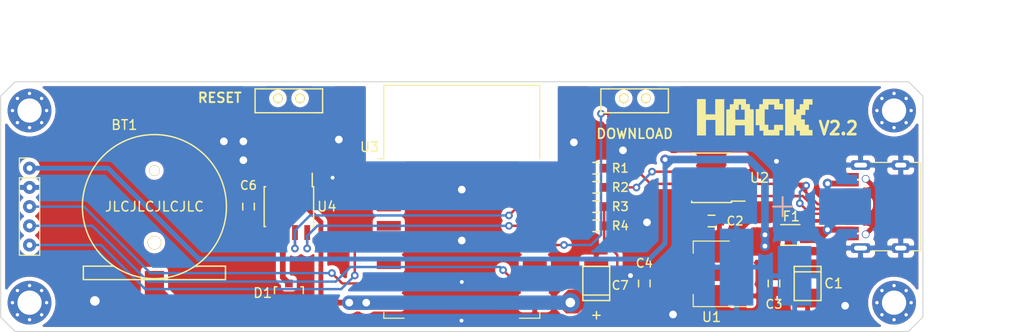
<source format=kicad_pcb>
(kicad_pcb (version 20171130) (host pcbnew "(5.1.6)-1")
  (layers (0 F.Cu signal) (31 B.Cu signal) (34 B.Paste user) (35 F.Paste user) (36 B.SilkS user) (37 F.SilkS user) (38 B.Mask user) (39 F.Mask user) (44 Edge.Cuts user))
  (net 0 "")
  (net 1 GND)
  (net 2 +3V3)
  (net 3 +5V)
  (net 4 "Net-(R1-Pad1)")
  (net 5 "Net-(R2-Pad1)")
  (net 6 /USB_D-)
  (net 7 /USB_D+)
  (net 8 "Net-(P3-PadA5)")
  (net 9 "Net-(P3-PadB5)")
  (net 10 "Net-(C2-Pad2)")
  (net 11 "Net-(U2-Pad4)")
  (net 12 "Net-(BT1-Pad1)")
  (net 13 "Net-(C6-Pad2)")
  (net 14 /DIN)
  (net 15 /CS)
  (net 16 /CLK)
  (net 17 /RXD)
  (net 18 /TXD)
  (net 19 /SDA)
  (net 20 /SCL)
  (net 21 "Net-(U3-Pad2)")
  (net 22 "Net-(U3-Pad4)")
  (net 23 "Net-(U3-Pad6)")
  (net 24 "Net-(U3-Pad17)")
  (net 25 "Net-(U4-Pad1)")
  (net 26 "Net-(U4-Pad3)")
  (net 27 "Net-(U4-Pad4)")
  (net 28 "Net-(SW2-Pad2)")
  (net 29 "Net-(SW1-Pad2)")
  (net 30 "Net-(U3-Pad3)")
  (net 31 "Net-(F1-Pad1)")
  (module NewLibCool:BarrelJack_DCDC-SMT (layer B.Cu) (at 113.4 100 180)
    (fp_text reference J2 hide)
    (fp_text value Jack-DC)
    (pad 1 smd rect (at -6.5 0 180) (size 5.4 3.8) (layers B.Cu B.Paste B.Mask) (net 31 "Net-(F1-Pad1)"))
    (pad 2 smd rect (at -1.25 -7.2 180) (size 3.5 6.2) (layers B.Cu B.Paste B.Mask) (net 1 GND))
    (pad 2 smd rect (at 4.8 -6.3 180) (size 3.5 8) (layers B.Cu B.Paste B.Mask) (net 1 GND))
  )
  (module NewLibCool:TantalC_SizeT_3528 (layer F.Cu) (at 116 108 90)
    (fp_text reference C1 (at 0 2.71) (layer F.SilkS))
    (fp_text value 100uF)
    (pad 2 smd rect (at -1.524 0 90) (size 1.95072 2.49936) (layers F.Cu F.Paste F.Mask) (net 1 GND))
    (pad 1 smd rect (at 1.524 0 90) (size 1.95072 2.49936) (layers F.Cu F.Paste F.Mask) (net 3 +5V))
  )
  (module NewLibCool:USB-Type-C-NEW (layer F.Cu) (at 120.6 100 90)
    (fp_text reference P3 hide)
    (fp_text value USB_C_Plug_USB2.0 hide)
    (pad A6 smd rect (at -0.25 0 90) (size 0.3 1.45) (layers F.Cu F.Paste F.Mask) (net 7 /USB_D+))
    (pad A4 smd rect (at -2.4 0 90) (size 0.6 1.45) (layers F.Cu F.Paste F.Mask) (net 31 "Net-(F1-Pad1)"))
    (pad A5 smd rect (at -1.75 0 90) (size 0.3 1.45) (layers F.Cu F.Paste F.Mask) (net 8 "Net-(P3-PadA5)"))
    (pad B5 smd rect (at 1.25 0 90) (size 0.3 1.45) (layers F.Cu F.Paste F.Mask) (net 9 "Net-(P3-PadB5)"))
    (pad S1 thru_hole roundrect (at -4.32 5.095 90) (size 1 1.8) (drill oval 0.5 1.2) (layers *.Cu *.Mask) (net 1 GND))
    (pad A7 smd rect (at -0.75 0 90) (size 0.3 1.45) (layers F.Cu F.Paste F.Mask) (net 6 /USB_D-))
    (pad S1 thru_hole roundrect (at 4.32 0.915 90) (size 1 2) (drill oval 0.5 1.35) (layers *.Cu *.Mask) (net 1 GND))
    (pad A1 smd rect (at -3.2 0 90) (size 0.6 1.45) (layers F.Cu F.Paste F.Mask) (net 1 GND))
    (pad S1 thru_hole roundrect (at 4.32 5.095 90) (size 1 1.8) (drill oval 0.5 1.2) (layers *.Cu *.Mask) (net 1 GND))
    (pad A4 smd rect (at 2.4 0 90) (size 0.6 1.45) (layers F.Cu F.Paste F.Mask) (net 31 "Net-(F1-Pad1)"))
    (pad A6 smd rect (at 0.75 0 90) (size 0.3 1.45) (layers F.Cu F.Paste F.Mask) (net 7 /USB_D+))
    (pad A5 smd rect (at -1.25 0 90) (size 0.3 1.45) (layers F.Cu F.Paste F.Mask) (net 8 "Net-(P3-PadA5)"))
    (pad S1 thru_hole roundrect (at -4.32 0.915 90) (size 1 2) (drill oval 0.5 1.35) (layers *.Cu *.Mask) (net 1 GND))
    (pad S1 smd rect (at 3.2 0 90) (size 0.6 1.45) (layers F.Cu F.Paste F.Mask) (net 1 GND))
    (pad A7 smd rect (at 0.25 0 90) (size 0.3 1.45) (layers F.Cu F.Paste F.Mask) (net 6 /USB_D-))
    (pad B5 smd rect (at 1.75 0 90) (size 0.3 1.45) (layers F.Cu F.Paste F.Mask) (net 9 "Net-(P3-PadB5)"))
    (pad S1 thru_hole circle (at -2.89 1.445 90) (size 0.8 0.8) (drill oval 0.65) (layers *.Cu *.Mask) (net 1 GND))
    (pad S1 thru_hole circle (at 2.89 1.445 90) (size 0.8 0.8) (drill oval 0.65) (layers *.Cu *.Mask) (net 1 GND))
  )
  (module NewLibCool:F_1206 (layer F.Cu) (at 114.2 102.95 180)
    (fp_text reference F1 (at -0.1016 1.9304 180) (layer F.SilkS))
    (fp_text value FUSE* hide)
    (pad 1 smd rect (at -1.45 0 180) (size 0.9 1.7) (layers F.Cu F.Paste F.Mask) (net 31 "Net-(F1-Pad1)"))
    (pad 2 smd rect (at 1.45 0 180) (size 0.9 1.7) (layers F.Cu F.Paste F.Mask) (net 3 +5V))
  )
  (module RF_Module:ESP-12S (layer F.Cu) (at 80 99.5)
    (fp_text reference U3 (at -9.6 -5.7) (layer F.SilkS))
    (fp_text value ESP-12)
    (pad 22 smd rect (at 7.6 -3.5) (size 2.5 1) (layers F.Cu F.Paste F.Mask) (net 17 /RXD))
    (pad 21 smd rect (at 7.6 -1.5) (size 2.5 1) (layers F.Cu F.Paste F.Mask) (net 18 /TXD))
    (pad 20 smd rect (at 7.6 0.5) (size 2.5 1) (layers F.Cu F.Paste F.Mask) (net 19 /SDA))
    (pad 19 smd rect (at 7.6 2.5) (size 2.5 1) (layers F.Cu F.Paste F.Mask) (net 20 /SCL))
    (pad 18 smd rect (at 7.6 4.5) (size 2.5 1) (layers F.Cu F.Paste F.Mask) (net 28 "Net-(SW2-Pad2)"))
    (pad 17 smd rect (at 7.6 6.5) (size 2.5 1) (layers F.Cu F.Paste F.Mask) (net 24 "Net-(U3-Pad17)"))
    (pad 16 smd rect (at 7.6 8.5) (size 2.5 1) (layers F.Cu F.Paste F.Mask) (net 15 /CS))
    (pad 15 smd rect (at 7.6 10.5) (size 2.5 1) (layers F.Cu F.Paste F.Mask) (net 1 GND))
    (pad 8 smd rect (at -7.6 10.5) (size 2.5 1) (layers F.Cu F.Paste F.Mask) (net 2 +3V3))
    (pad 7 smd rect (at -7.6 8.5) (size 2.5 1) (layers F.Cu F.Paste F.Mask) (net 14 /DIN))
    (pad 6 smd rect (at -7.6 6.5) (size 2.5 1) (layers F.Cu F.Paste F.Mask) (net 23 "Net-(U3-Pad6)"))
    (pad 5 smd rect (at -7.6 4.5) (size 2.5 1) (layers F.Cu F.Paste F.Mask) (net 16 /CLK))
    (pad 4 smd rect (at -7.6 2.5) (size 2.5 1) (layers F.Cu F.Paste F.Mask) (net 22 "Net-(U3-Pad4)"))
    (pad 3 smd rect (at -7.6 0.5) (size 2.5 1) (layers F.Cu F.Paste F.Mask) (net 30 "Net-(U3-Pad3)"))
    (pad 2 smd rect (at -7.6 -1.5) (size 2.5 1) (layers F.Cu F.Paste F.Mask) (net 21 "Net-(U3-Pad2)"))
    (pad 1 smd rect (at -7.6 -3.5) (size 2.5 1) (layers F.Cu F.Paste F.Mask) (net 29 "Net-(SW1-Pad2)"))
  )
  (module NewLibCool:SWITCH_PUSH (layer F.Cu) (at 62 89.5 180)
    (fp_text reference SW1 hide)
    (fp_text value switch hide)
    (pad 0 thru_hole circle (at 1.13731 0.7682 180) (size 1 1) (drill 0.7) (layers *.Cu *.Mask F.Paste F.SilkS))
    (pad 0 thru_hole circle (at -1.16271 0.7682 180) (size 1 1) (drill 0.7) (layers *.Cu *.Mask F.Paste F.SilkS))
    (pad 1 smd rect (at 3.5814 0.8318 180) (size 2 1) (layers F.Cu F.Paste F.Mask) (net 1 GND))
    (pad 1 smd rect (at -3.5814 0.8318 180) (size 2 1) (layers F.Cu F.Paste F.Mask) (net 1 GND))
    (pad 1 smd rect (at 2.11272 -0.8318 180) (size 1.5 1.4) (layers F.Cu F.Paste F.Mask) (net 1 GND))
    (pad 2 smd rect (at -2.11272 -0.8318 180) (size 1.5 1.4) (layers F.Cu F.Paste F.Mask) (net 29 "Net-(SW1-Pad2)"))
  )
  (module NewLibCool:O_2.5mm (layer F.Cu) (at 125 110)
    (fp_text reference REF** hide)
    (fp_text value O_2.5mm)
    (pad 1 thru_hole circle (at 1.26 -1.26) (size 0.6 0.6) (drill 0.35) (layers *.Cu *.Mask))
    (pad 1 thru_hole circle (at 1.78 0) (size 0.6 0.6) (drill 0.35) (layers *.Cu *.Mask))
    (pad 1 thru_hole circle (at 0 0) (size 4.56 4.56) (drill 2.52) (layers *.Cu *.Mask))
    (pad 1 thru_hole circle (at 1.26 1.26) (size 0.6 0.6) (drill 0.35) (layers *.Cu *.Mask))
    (pad 1 thru_hole circle (at 0 1.78) (size 0.6 0.6) (drill 0.35) (layers *.Cu *.Mask))
    (pad 1 thru_hole circle (at -1.78 0) (size 0.6 0.6) (drill 0.35) (layers *.Cu *.Mask))
    (pad 1 thru_hole circle (at -1.26 1.26) (size 0.6 0.6) (drill 0.35) (layers *.Cu *.Mask))
    (pad 1 thru_hole circle (at 0 -1.78) (size 0.6 0.6) (drill 0.35) (layers *.Cu *.Mask))
    (pad 1 thru_hole circle (at -1.26 -1.26) (size 0.6 0.6) (drill 0.35) (layers *.Cu *.Mask))
  )
  (module NewLibCool:O_2.5mm (layer F.Cu) (at 125 90)
    (fp_text reference REF** hide)
    (fp_text value O_2.5mm)
    (pad 1 thru_hole circle (at -1.26 -1.26) (size 0.6 0.6) (drill 0.35) (layers *.Cu *.Mask))
    (pad 1 thru_hole circle (at 0 -1.78) (size 0.6 0.6) (drill 0.35) (layers *.Cu *.Mask))
    (pad 1 thru_hole circle (at -1.26 1.26) (size 0.6 0.6) (drill 0.35) (layers *.Cu *.Mask))
    (pad 1 thru_hole circle (at -1.78 0) (size 0.6 0.6) (drill 0.35) (layers *.Cu *.Mask))
    (pad 1 thru_hole circle (at 0 1.78) (size 0.6 0.6) (drill 0.35) (layers *.Cu *.Mask))
    (pad 1 thru_hole circle (at 1.26 1.26) (size 0.6 0.6) (drill 0.35) (layers *.Cu *.Mask))
    (pad 1 thru_hole circle (at 0 0) (size 4.56 4.56) (drill 2.52) (layers *.Cu *.Mask))
    (pad 1 thru_hole circle (at 1.78 0) (size 0.6 0.6) (drill 0.35) (layers *.Cu *.Mask))
    (pad 1 thru_hole circle (at 1.26 -1.26) (size 0.6 0.6) (drill 0.35) (layers *.Cu *.Mask))
  )
  (module NewLibCool:O_2.5mm (layer F.Cu) (at 35 110)
    (fp_text reference REF** hide)
    (fp_text value O_2.5mm)
    (pad 1 thru_hole circle (at -1.26 -1.26) (size 0.6 0.6) (drill 0.35) (layers *.Cu *.Mask))
    (pad 1 thru_hole circle (at 0 -1.78) (size 0.6 0.6) (drill 0.35) (layers *.Cu *.Mask))
    (pad 1 thru_hole circle (at -1.26 1.26) (size 0.6 0.6) (drill 0.35) (layers *.Cu *.Mask))
    (pad 1 thru_hole circle (at -1.78 0) (size 0.6 0.6) (drill 0.35) (layers *.Cu *.Mask))
    (pad 1 thru_hole circle (at 0 1.78) (size 0.6 0.6) (drill 0.35) (layers *.Cu *.Mask))
    (pad 1 thru_hole circle (at 1.26 1.26) (size 0.6 0.6) (drill 0.35) (layers *.Cu *.Mask))
    (pad 1 thru_hole circle (at 0 0) (size 4.56 4.56) (drill 2.52) (layers *.Cu *.Mask))
    (pad 1 thru_hole circle (at 1.78 0) (size 0.6 0.6) (drill 0.35) (layers *.Cu *.Mask))
    (pad 1 thru_hole circle (at 1.26 -1.26) (size 0.6 0.6) (drill 0.35) (layers *.Cu *.Mask))
  )
  (module NewLibCool:O_2.5mm (layer F.Cu) (at 35 90)
    (fp_text reference REF** hide)
    (fp_text value O_2.5mm)
    (pad 1 thru_hole circle (at 1.26 -1.26) (size 0.6 0.6) (drill 0.35) (layers *.Cu *.Mask))
    (pad 1 thru_hole circle (at 1.78 0) (size 0.6 0.6) (drill 0.35) (layers *.Cu *.Mask))
    (pad 1 thru_hole circle (at 0 0) (size 4.56 4.56) (drill 2.52) (layers *.Cu *.Mask))
    (pad 1 thru_hole circle (at 1.26 1.26) (size 0.6 0.6) (drill 0.35) (layers *.Cu *.Mask))
    (pad 1 thru_hole circle (at 0 1.78) (size 0.6 0.6) (drill 0.35) (layers *.Cu *.Mask))
    (pad 1 thru_hole circle (at -1.78 0) (size 0.6 0.6) (drill 0.35) (layers *.Cu *.Mask))
    (pad 1 thru_hole circle (at -1.26 1.26) (size 0.6 0.6) (drill 0.35) (layers *.Cu *.Mask))
    (pad 1 thru_hole circle (at 0 -1.78) (size 0.6 0.6) (drill 0.35) (layers *.Cu *.Mask))
    (pad 1 thru_hole circle (at -1.26 -1.26) (size 0.6 0.6) (drill 0.35) (layers *.Cu *.Mask))
  )
  (module NewLibCool:CON1 (layer F.Cu) (at 38.15 97.82 180)
    (fp_text reference P665 hide)
    (fp_text value CON_1 hide)
  )
  (module NewLibCool:CR1220-SMD (layer F.Cu) (at 48 100 270)
    (fp_text reference BT1 (at -8.5 3.13) (layer F.SilkS))
    (fp_text value "BATTERY(M)")
    (pad 0 thru_hole circle (at 3.75 0 270) (size 1.4 1.4) (drill 1.3) (layers *.Cu *.Mask F.SilkS))
    (pad 0 thru_hole circle (at -3.75 0 270) (size 1.1 1.1) (drill 1) (layers *.Cu *.Mask F.SilkS))
    (pad 1 smd rect (at 8.5 0 270) (size 3.6 2) (layers F.Cu F.Paste F.Mask) (net 12 "Net-(BT1-Pad1)"))
    (pad 2 smd rect (at -8.5 0 270) (size 3.6 2) (layers F.Cu F.Paste F.Mask) (net 1 GND))
  )
  (module NewLibCool:0603_C (layer F.Cu) (at 106 101.5 180)
    (fp_text reference C2 (at -2.45 0) (layer F.SilkS) (effects (font (size 0.9 0.9))))
    (fp_text value 0.1uF hide)
    (pad 1 smd rect (at -0.82 0 180) (size 0.965 0.92) (layers F.Cu F.Paste F.Mask) (net 1 GND))
    (pad 2 smd rect (at 0.82 0 180) (size 0.965 0.92) (layers F.Cu F.Paste F.Mask) (net 10 "Net-(C2-Pad2)"))
  )
  (module NewLibCool:0603_C (layer F.Cu) (at 112.5 108 90)
    (fp_text reference C3 (at -2.16 0 -180) (layer F.SilkS) (effects (font (size 0.9 0.9))))
    (fp_text value 1uF hide)
    (pad 2 smd rect (at 0.82 0 90) (size 0.965 0.92) (layers F.Cu F.Paste F.Mask) (net 3 +5V))
    (pad 1 smd rect (at -0.82 0 90) (size 0.965 0.92) (layers F.Cu F.Paste F.Mask) (net 1 GND))
  )
  (module NewLibCool:0603_C (layer F.Cu) (at 99 108 270)
    (fp_text reference C4 (at -2.11 0) (layer F.SilkS) (effects (font (size 0.9 0.9))))
    (fp_text value 1uF hide)
    (pad 1 smd rect (at -0.82 0 270) (size 0.965 0.92) (layers F.Cu F.Paste F.Mask) (net 1 GND))
    (pad 2 smd rect (at 0.82 0 270) (size 0.965 0.92) (layers F.Cu F.Paste F.Mask) (net 2 +3V3))
  )
  (module NewLibCool:0603_C (layer F.Cu) (at 57.8 100 90)
    (fp_text reference C6 (at 2.21 -0.01) (layer F.SilkS) (effects (font (size 0.9 0.9))))
    (fp_text value 0.1uF hide)
    (pad 2 smd rect (at 0.82 0 90) (size 0.965 0.92) (layers F.Cu F.Paste F.Mask) (net 13 "Net-(C6-Pad2)"))
    (pad 1 smd rect (at -0.82 0 90) (size 0.965 0.92) (layers F.Cu F.Paste F.Mask) (net 1 GND))
  )
  (module NewLibCool:SOT-23 (layer F.Cu) (at 62 109)
    (fp_text reference D1 (at -2.73 -0.01) (layer F.SilkS))
    (fp_text value BAT54C)
    (pad 1 smd rect (at -0.95 1.00076) (size 0.8001 0.8001) (layers F.Cu F.Paste F.Mask) (net 12 "Net-(BT1-Pad1)"))
    (pad 2 smd rect (at 0.95 1.00076) (size 0.8001 0.8001) (layers F.Cu F.Paste F.Mask) (net 2 +3V3))
    (pad 3 smd rect (at 0 -0.99822) (size 0.8001 0.8001) (layers F.Cu F.Paste F.Mask) (net 13 "Net-(C6-Pad2)"))
  )
  (module Connector_PinHeader_2.00mm:PinHeader_1x05_P2.00mm_Vertical (layer F.Cu) (at 35 96)
    (fp_text reference J1 hide)
    (fp_text value Conn_01x05_Male)
    (pad 1 thru_hole circle (at 0 0) (size 1.35 1.35) (drill 0.6) (layers *.Cu *.Mask) (net 3 +5V))
    (pad 2 thru_hole oval (at 0 2) (size 1.35 1.35) (drill 0.6) (layers *.Cu *.Mask) (net 1 GND))
    (pad 3 thru_hole oval (at 0 4) (size 1.35 1.35) (drill 0.6) (layers *.Cu *.Mask) (net 14 /DIN))
    (pad 4 thru_hole oval (at 0 6) (size 1.35 1.35) (drill 0.6) (layers *.Cu *.Mask) (net 15 /CS))
    (pad 5 thru_hole oval (at 0 8) (size 1.35 1.35) (drill 0.6) (layers *.Cu *.Mask) (net 16 /CLK))
  )
  (module NewLibCool:0603_R (layer F.Cu) (at 94 96 180)
    (fp_text reference R1 (at -2.5 0) (layer F.SilkS) (effects (font (size 0.9 0.9))))
    (fp_text value "RES(M)" hide)
    (pad 1 smd rect (at -0.82 0 180) (size 0.965 0.92) (layers F.Cu F.Paste F.Mask) (net 4 "Net-(R1-Pad1)"))
    (pad 2 smd rect (at 0.82 0 180) (size 0.965 0.92) (layers F.Cu F.Paste F.Mask) (net 17 /RXD))
  )
  (module NewLibCool:0603_R (layer F.Cu) (at 94 98 180)
    (fp_text reference R2 (at -2.5 0) (layer F.SilkS) (effects (font (size 0.9 0.9))))
    (fp_text value "RES(M)" hide)
    (pad 2 smd rect (at 0.82 0 180) (size 0.965 0.92) (layers F.Cu F.Paste F.Mask) (net 18 /TXD))
    (pad 1 smd rect (at -0.82 0 180) (size 0.965 0.92) (layers F.Cu F.Paste F.Mask) (net 5 "Net-(R2-Pad1)"))
  )
  (module NewLibCool:0603_R (layer F.Cu) (at 94 100)
    (fp_text reference R3 (at 2.5 0 180) (layer F.SilkS) (effects (font (size 0.9 0.9))))
    (fp_text value 10K hide)
    (pad 2 smd rect (at 0.82 0) (size 0.965 0.92) (layers F.Cu F.Paste F.Mask) (net 2 +3V3))
    (pad 1 smd rect (at -0.82 0) (size 0.965 0.92) (layers F.Cu F.Paste F.Mask) (net 19 /SDA))
  )
  (module NewLibCool:0603_R (layer F.Cu) (at 94 102)
    (fp_text reference R4 (at 2.5 0 180) (layer F.SilkS) (effects (font (size 0.9 0.9))))
    (fp_text value 10K hide)
    (pad 1 smd rect (at -0.82 0) (size 0.965 0.92) (layers F.Cu F.Paste F.Mask) (net 20 /SCL))
    (pad 2 smd rect (at 0.82 0) (size 0.965 0.92) (layers F.Cu F.Paste F.Mask) (net 2 +3V3))
  )
  (module NewLibCool:SOP-8 (layer F.Cu) (at 62 100 270)
    (fp_text reference U4 (at 0 -3.95) (layer F.SilkS))
    (fp_text value DS3231MZ+)
    (pad 1 smd rect (at -2.7 -1.905 270) (size 1.55 0.6) (layers F.Cu F.Paste F.Mask) (net 25 "Net-(U4-Pad1)"))
    (pad 2 smd rect (at -2.7 -0.635 270) (size 1.55 0.6) (layers F.Cu F.Paste F.Mask) (net 2 +3V3))
    (pad 3 smd rect (at -2.7 0.635 270) (size 1.55 0.6) (layers F.Cu F.Paste F.Mask) (net 26 "Net-(U4-Pad3)"))
    (pad 4 smd rect (at -2.7 1.905 270) (size 1.55 0.6) (layers F.Cu F.Paste F.Mask) (net 27 "Net-(U4-Pad4)"))
    (pad 5 smd rect (at 2.7 1.905 270) (size 1.55 0.6) (layers F.Cu F.Paste F.Mask) (net 1 GND))
    (pad 6 smd rect (at 2.7 0.635 270) (size 1.55 0.6) (layers F.Cu F.Paste F.Mask) (net 13 "Net-(C6-Pad2)"))
    (pad 7 smd rect (at 2.7 -0.635 270) (size 1.55 0.6) (layers F.Cu F.Paste F.Mask) (net 19 /SDA))
    (pad 8 smd rect (at 2.7 -1.905 270) (size 1.55 0.6) (layers F.Cu F.Paste F.Mask) (net 20 /SCL))
  )
  (module NewLibCool:TantalC_SizeT_3528 (layer F.Cu) (at 94 108 270)
    (fp_text reference C7 (at 0.2 -2.49) (layer F.SilkS) (effects (font (size 0.9 0.9))))
    (fp_text value 100uF)
    (pad 2 smd rect (at -1.524 0 270) (size 1.95072 2.49936) (layers F.Cu F.Paste F.Mask) (net 1 GND))
    (pad 1 smd rect (at 1.524 0 270) (size 1.95072 2.49936) (layers F.Cu F.Paste F.Mask) (net 2 +3V3))
  )
  (module NewLibCool:SWITCH_PUSH (layer F.Cu) (at 98 89.5 180)
    (fp_text reference SW2 hide)
    (fp_text value switch hide)
    (pad 1 smd rect (at -2.11272 -0.8318 180) (size 1.5 1.4) (layers F.Cu F.Paste F.Mask) (net 1 GND))
    (pad 2 smd rect (at 2.11272 -0.8318 180) (size 1.5 1.4) (layers F.Cu F.Paste F.Mask) (net 28 "Net-(SW2-Pad2)"))
    (pad 1 smd rect (at -3.5814 0.8318 180) (size 2 1) (layers F.Cu F.Paste F.Mask) (net 1 GND))
    (pad 1 smd rect (at 3.5814 0.8318 180) (size 2 1) (layers F.Cu F.Paste F.Mask) (net 1 GND))
    (pad 0 thru_hole circle (at -1.16271 0.7682 180) (size 1 1) (drill 0.7) (layers *.Cu *.Mask F.Paste F.SilkS))
    (pad 0 thru_hole circle (at 1.13731 0.7682 180) (size 1 1) (drill 0.7) (layers *.Cu *.Mask F.Paste F.SilkS))
  )
  (module NewLibCool:LOGO_HACK_12MM (layer F.Cu) (at 110.5 90.71)
    (fp_text reference G*** hide)
    (fp_text value LOGO hide)
  )
  (module NewLibCool:SOP-8 (layer F.Cu) (at 106 97 180)
    (fp_text reference U2 (at -4.99 0 180) (layer F.SilkS))
    (fp_text value CH340N)
    (pad 1 smd rect (at -2.7 -1.905 180) (size 1.55 0.6) (layers F.Cu F.Paste F.Mask) (net 7 /USB_D+))
    (pad 2 smd rect (at -2.7 -0.635 180) (size 1.55 0.6) (layers F.Cu F.Paste F.Mask) (net 6 /USB_D-))
    (pad 3 smd rect (at -2.7 0.635 180) (size 1.55 0.6) (layers F.Cu F.Paste F.Mask) (net 1 GND))
    (pad 4 smd rect (at -2.7 1.905 180) (size 1.55 0.6) (layers F.Cu F.Paste F.Mask) (net 11 "Net-(U2-Pad4)"))
    (pad 5 smd rect (at 2.7 1.905 180) (size 1.55 0.6) (layers F.Cu F.Paste F.Mask) (net 3 +5V))
    (pad 6 smd rect (at 2.7 0.635 180) (size 1.55 0.6) (layers F.Cu F.Paste F.Mask) (net 5 "Net-(R2-Pad1)"))
    (pad 7 smd rect (at 2.7 -0.635 180) (size 1.55 0.6) (layers F.Cu F.Paste F.Mask) (net 4 "Net-(R1-Pad1)"))
    (pad 8 smd rect (at 2.7 -1.905 180) (size 1.55 0.6) (layers F.Cu F.Paste F.Mask) (net 10 "Net-(C2-Pad2)"))
  )
  (module Package_TO_SOT_SMD:SOT-223-3_TabPin2 (layer F.Cu) (at 106 107 180)
    (fp_text reference U1 (at 0 -4.5 180) (layer F.SilkS))
    (fp_text value AMS1117)
    (pad 1 smd rect (at -3.15 -2.3 180) (size 2 1.5) (layers F.Cu F.Paste F.Mask) (net 1 GND))
    (pad 3 smd rect (at -3.15 2.3 180) (size 2 1.5) (layers F.Cu F.Paste F.Mask) (net 3 +5V))
    (pad 2 smd rect (at -3.15 0 180) (size 2 1.5) (layers F.Cu F.Paste F.Mask) (net 2 +3V3))
    (pad 2 smd rect (at 3.15 0 180) (size 2 3.8) (layers F.Cu F.Paste F.Mask) (net 2 +3V3))
  )
  (gr_text + (at 94.02 111.24) (layer F.SilkS) (effects (font (size 1 1))))
  (gr_text JLCJLCJLCJLC (at 48 100) (layer F.SilkS) (effects (font (size 1 1))))
  (gr_text V2.2 (at 119.2 91.84) (layer F.SilkS) (effects (font (size 1.36 1.24) (thickness 0.28))))
  (gr_text RESET (at 54.8 88.6682) (layer F.SilkS) (effects (font (size 1 1) (thickness 0.2))))
  (gr_text DOWNLOAD (at 98 92.42) (layer F.SilkS) (effects (font (size 1 1) (thickness 0.18))))
  (gr_line (start 128 88.5) (end 128 111.5) (layer Edge.Cuts) (width 0.1))
  (gr_line (start 128 111.5) (end 126.5 113) (layer Edge.Cuts) (width 0.1))
  (gr_line (start 32 111.5) (end 33.5 113) (layer Edge.Cuts) (width 0.1))
  (gr_line (start 126.5 87) (end 128 88.5) (layer Edge.Cuts) (width 0.1))
  (gr_line (start 32 88.5) (end 33.5 87) (layer Edge.Cuts) (width 0.1))
  (gr_line (start 32 88.5) (end 32 111.5) (layer Edge.Cuts) (width 0.1))
  (gr_line (start 33.5 113) (end 126.5 113) (layer Edge.Cuts) (width 0.1))
  (gr_line (start 33.5 87) (end 126.5 87) (layer Edge.Cuts) (width 0.1))
  (segment (start 88.4 110) (end 88.29 110) (width 0.8) (layer F.Cu) (net 1))
  (segment (start 88.29 110) (end 87.5 110) (width 0.8) (layer F.Cu) (net 1))
  (segment (start 58.4186 88.6682) (end 49.62 88.6682) (width 0.254) (layer F.Cu) (net 1))
  (segment (start 49.62 88.6682) (end 49.48 88.6682) (width 0.254) (layer F.Cu) (net 1))
  (segment (start 49.48 88.6682) (end 48.79 88.6682) (width 0.254) (layer F.Cu) (net 1))
  (segment (start 48.79 88.6682) (end 48.6118 88.6682) (width 0.254) (layer F.Cu) (net 1))
  (segment (start 48.6118 88.6682) (end 48.34 88.6682) (width 0.254) (layer F.Cu) (net 1))
  (segment (start 48.34 88.6682) (end 48.3318 88.6682) (width 0.254) (layer F.Cu) (net 1))
  (segment (start 48 89) (end 48 91.5) (width 0.254) (layer F.Cu) (net 1))
  (segment (start 48.3318 88.6682) (end 48 89) (width 0.254) (layer F.Cu) (net 1))
  (segment (start 48.34 88.6682) (end 48.6118 88.6682) (width 0.254) (layer F.Cu) (net 1))
  (segment (start 48.79 88.6682) (end 48.34 88.6682) (width 0.254) (layer F.Cu) (net 1))
  (segment (start 48.6118 88.6682) (end 48.79 88.6682) (width 0.254) (layer F.Cu) (net 1))
  (segment (start 61.18 93.2) (end 57.27 93.2) (width 0.254) (layer F.Cu) (net 1))
  (via (at 57.26 95.17) (size 1.5) (drill 0.8) (layers F.Cu B.Cu) (net 1))
  (via (at 66.55 96.99) (size 0.8) (drill 0.4) (layers F.Cu B.Cu) (net 1))
  (segment (start 66.55 96.99) (end 64.73 95.17) (width 0.254) (layer B.Cu) (net 1))
  (segment (start 57.26 95.17) (end 64.73 95.17) (width 0.254) (layer B.Cu) (net 1))
  (via (at 57.26 93.21) (size 1.5) (drill 0.8) (layers F.Cu B.Cu) (net 1))
  (segment (start 57.26 95.17) (end 57.26 93.21) (width 0.254) (layer B.Cu) (net 1))
  (segment (start 57.27 93.2) (end 57.26 93.21) (width 0.254) (layer F.Cu) (net 1))
  (segment (start 57.26 93.21) (end 55.23 93.21) (width 0.254) (layer F.Cu) (net 1))
  (via (at 55.23 93.21) (size 1.5) (drill 0.8) (layers F.Cu B.Cu) (net 1))
  (segment (start 57.8 100.82) (end 59.55 100.82) (width 0.5) (layer F.Cu) (net 1))
  (segment (start 60.095 101.365) (end 60.095 102.7) (width 0.5) (layer F.Cu) (net 1))
  (segment (start 59.55 100.82) (end 60.095 101.365) (width 0.5) (layer F.Cu) (net 1))
  (segment (start 100.11272 90.3318) (end 100.11272 92.88728) (width 0.254) (layer F.Cu) (net 1))
  (via (at 91.67 93.31) (size 1.5) (drill 0.8) (layers F.Cu B.Cu) (net 1))
  (segment (start 92.5 94.14) (end 91.67 93.31) (width 0.254) (layer F.Cu) (net 1))
  (segment (start 96.78 94.14) (end 92.5 94.14) (width 0.254) (layer F.Cu) (net 1))
  (segment (start 100.11272 92.88728) (end 98.86 94.14) (width 0.254) (layer F.Cu) (net 1))
  (segment (start 98.86 94.14) (end 96.78 94.14) (width 0.254) (layer F.Cu) (net 1))
  (via (at 96.78 94.14) (size 1.5) (drill 0.8) (layers F.Cu B.Cu) (net 1))
  (segment (start 87.6 110) (end 80.66 110) (width 0.254) (layer F.Cu) (net 1))
  (segment (start 79.98 103.51) (end 79.98 103.47) (width 0.254) (layer B.Cu) (net 1))
  (via (at 80 103.53) (size 1.5) (drill 0.8) (layers F.Cu B.Cu) (net 1))
  (segment (start 80 103.53) (end 79.98 103.51) (width 0.254) (layer B.Cu) (net 1))
  (via (at 80 98.23) (size 1.5) (drill 0.8) (layers F.Cu B.Cu) (net 1))
  (segment (start 80.78 96.65) (end 80 97.43) (width 0.254) (layer B.Cu) (net 1))
  (segment (start 80 97.43) (end 80 98.23) (width 0.254) (layer B.Cu) (net 1))
  (segment (start 80 98.23) (end 80 103.53) (width 0.254) (layer F.Cu) (net 1))
  (segment (start 80 103.53) (end 80 109.34) (width 0.254) (layer F.Cu) (net 1))
  (segment (start 80 109.34) (end 80.66 110) (width 0.254) (layer F.Cu) (net 1))
  (segment (start 48 91.5) (end 42.46 91.5) (width 0.254) (layer F.Cu) (net 1))
  (via (at 41.8 109.82) (size 2) (drill 1) (layers F.Cu B.Cu) (net 1))
  (segment (start 41.8 92.16) (end 41.8 109.82) (width 0.254) (layer F.Cu) (net 1))
  (segment (start 42.46 91.5) (end 41.8 92.16) (width 0.254) (layer F.Cu) (net 1))
  (segment (start 65.5814 88.6682) (end 67.5582 88.6682) (width 0.3) (layer F.Cu) (net 1))
  (via (at 67.2 93.02) (size 1.5) (drill 0.8) (layers F.Cu B.Cu) (net 1))
  (segment (start 68.15 92.07) (end 67.2 93.02) (width 0.3) (layer F.Cu) (net 1))
  (segment (start 68.15 89.26) (end 68.15 92.07) (width 0.3) (layer F.Cu) (net 1))
  (segment (start 67.5582 88.6682) (end 68.15 89.26) (width 0.3) (layer F.Cu) (net 1))
  (via (at 112.76 95.28) (size 1) (drill 0.5) (layers F.Cu B.Cu) (net 1))
  (segment (start 117.86 95.28) (end 112.76 95.28) (width 0.5) (layer F.Cu) (net 1))
  (segment (start 119.38 96.8) (end 117.86 95.28) (width 0.5) (layer F.Cu) (net 1))
  (segment (start 120.8 96.8) (end 119.38 96.8) (width 0.5) (layer F.Cu) (net 1))
  (segment (start 111.675 96.365) (end 108.7 96.365) (width 0.254) (layer F.Cu) (net 1))
  (segment (start 112.76 95.28) (end 111.675 96.365) (width 0.254) (layer F.Cu) (net 1))
  (via (at 101.99 111.23) (size 1.5) (drill 0.8) (layers F.Cu B.Cu) (net 1))
  (segment (start 101.99 111.23) (end 101.99 108.84) (width 0.5) (layer B.Cu) (net 1))
  (segment (start 100.33 107.18) (end 101.99 108.84) (width 0.5) (layer B.Cu) (net 1))
  (segment (start 97.56 107.18) (end 100.33 107.18) (width 0.5) (layer B.Cu) (net 1))
  (via (at 97.56 107.18) (size 1) (drill 0.5) (layers F.Cu B.Cu) (net 1))
  (segment (start 97.56 107.18) (end 99 107.18) (width 0.5) (layer F.Cu) (net 1))
  (segment (start 101.99 111.23) (end 102.68 111.92) (width 0.5) (layer B.Cu) (net 1))
  (segment (start 102.68 111.92) (end 101.99 111.23) (width 0.254) (layer B.Cu) (net 1))
  (segment (start 87.6 110) (end 81.84 110) (width 0.254) (layer F.Cu) (net 1))
  (via (at 79.97 111.87) (size 0.8) (drill 0.4) (layers F.Cu B.Cu) (net 1))
  (segment (start 81.84 110) (end 79.97 111.87) (width 0.254) (layer F.Cu) (net 1))
  (segment (start 80 103.53) (end 80 107.85) (width 0.254) (layer F.Cu) (net 1))
  (via (at 80 107.85) (size 0.8) (drill 0.4) (layers F.Cu B.Cu) (net 1))
  (segment (start 106.82 101.5) (end 106.82 103.02) (width 0.254) (layer F.Cu) (net 1))
  (via (at 99.28 101.64) (size 1.5) (drill 0.8) (layers F.Cu B.Cu) (net 1))
  (segment (start 101.25 103.61) (end 99.28 101.64) (width 0.254) (layer F.Cu) (net 1))
  (segment (start 106.23 103.61) (end 101.25 103.61) (width 0.254) (layer F.Cu) (net 1))
  (segment (start 106.82 103.02) (end 106.23 103.61) (width 0.254) (layer F.Cu) (net 1))
  (segment (start 120.8 103.2) (end 119.33 103.2) (width 0.6) (layer F.Cu) (net 1))
  (segment (start 118.116 109.524) (end 116 109.524) (width 0.6) (layer F.Cu) (net 1))
  (segment (start 118.64 109) (end 118.116 109.524) (width 0.6) (layer F.Cu) (net 1))
  (segment (start 118.64 103.89) (end 118.64 109) (width 0.6) (layer F.Cu) (net 1))
  (segment (start 119.33 103.2) (end 118.64 103.89) (width 0.6) (layer F.Cu) (net 1))
  (segment (start 116 109.524) (end 119.114 109.524) (width 0.6) (layer F.Cu) (net 1))
  (via (at 119.91 110.32) (size 1.5) (drill 0.8) (layers F.Cu B.Cu) (net 1))
  (segment (start 119.114 109.524) (end 119.91 110.32) (width 0.6) (layer F.Cu) (net 1))
  (segment (start 109.15 109.3) (end 109.15 111.33) (width 1) (layer F.Cu) (net 1))
  (segment (start 109.15 111.33) (end 109.02 111.46) (width 1) (layer F.Cu) (net 1))
  (segment (start 67.27 110) (end 66.25 110) (width 0.6) (layer F.Cu) (net 2))
  (segment (start 67.27 110) (end 72.4 110) (width 0.6) (layer F.Cu) (net 2))
  (segment (start 66.25 110) (end 65.76 110) (width 0.6) (layer F.Cu) (net 2))
  (segment (start 65.76 110) (end 63.86 110) (width 0.6) (layer F.Cu) (net 2))
  (segment (start 63.86 110) (end 62.95076 110) (width 0.6) (layer F.Cu) (net 2))
  (segment (start 62.95076 110) (end 62.95 110.00076) (width 0.6) (layer F.Cu) (net 2))
  (segment (start 65.33 109.57) (end 65.76 110) (width 0.5) (layer F.Cu) (net 2))
  (segment (start 65.33 108.22) (end 65.33 108.66) (width 0.5) (layer F.Cu) (net 2))
  (segment (start 65.33 108.66) (end 65.33 109.57) (width 0.5) (layer F.Cu) (net 2))
  (segment (start 63.86 110) (end 64.9 110) (width 0.5) (layer F.Cu) (net 2))
  (segment (start 64.9 110) (end 65.33 109.57) (width 0.5) (layer F.Cu) (net 2))
  (segment (start 65.33 108.22) (end 65.33 109.4) (width 0.5) (layer F.Cu) (net 2))
  (segment (start 65.93 110) (end 68.28 110) (width 0.5) (layer F.Cu) (net 2))
  (segment (start 65.33 109.4) (end 65.93 110) (width 0.5) (layer F.Cu) (net 2))
  (segment (start 68.28 110) (end 68.59 110) (width 0.5) (layer F.Cu) (net 2))
  (segment (start 68.86 110) (end 70.05 110) (width 0.5) (layer F.Cu) (net 2))
  (segment (start 68.91 110) (end 68.86 110) (width 0.5) (layer F.Cu) (net 2))
  (segment (start 68.59 110) (end 68.91 110) (width 0.5) (layer F.Cu) (net 2))
  (segment (start 70.05 110) (end 70.37 110) (width 0.5) (layer F.Cu) (net 2))
  (segment (start 70.37 110) (end 72.4 110) (width 0.5) (layer F.Cu) (net 2))
  (segment (start 65.33 108.66) (end 65.33 109.4) (width 0.5) (layer F.Cu) (net 2))
  (segment (start 65.33 109.4) (end 64.72924 110.00076) (width 0.5) (layer F.Cu) (net 2))
  (segment (start 64.72924 110.00076) (end 62.95 110.00076) (width 0.5) (layer F.Cu) (net 2))
  (segment (start 62.635 97.3) (end 62.635 98.915) (width 0.5) (layer F.Cu) (net 2))
  (segment (start 65.33 101.61) (end 65.33 109.4) (width 0.5) (layer F.Cu) (net 2))
  (segment (start 62.635 98.915) (end 65.33 101.61) (width 0.5) (layer F.Cu) (net 2))
  (segment (start 101.4 108.95) (end 99.13 108.95) (width 0.5) (layer F.Cu) (net 2))
  (segment (start 99.13 108.95) (end 99 108.82) (width 0.5) (layer F.Cu) (net 2))
  (via (at 91.3 109.99) (size 2) (drill 1) (layers F.Cu B.Cu) (net 2))
  (segment (start 68.28 110) (end 84.23 110) (width 1.5) (layer B.Cu) (net 2))
  (segment (start 84.23 110) (end 91.29 110) (width 1.5) (layer B.Cu) (net 2))
  (segment (start 91.29 110) (end 91.3 109.99) (width 1.5) (layer B.Cu) (net 2))
  (segment (start 101.4 108.95) (end 97.59 108.95) (width 0.6) (layer F.Cu) (net 2))
  (segment (start 97.59 108.95) (end 97.45 108.95) (width 0.6) (layer F.Cu) (net 2))
  (segment (start 97.45 108.95) (end 96.82 108.95) (width 0.6) (layer F.Cu) (net 2))
  (segment (start 96.82 108.95) (end 95.91 108.95) (width 0.6) (layer F.Cu) (net 2))
  (segment (start 95.78 108.95) (end 95.46 108.95) (width 0.6) (layer F.Cu) (net 2))
  (segment (start 94.886 109.524) (end 95.46 108.95) (width 0.6) (layer F.Cu) (net 2))
  (segment (start 94 109.524) (end 94.886 109.524) (width 0.6) (layer F.Cu) (net 2))
  (segment (start 97.45 108.95) (end 94.41 108.95) (width 0.6) (layer F.Cu) (net 2))
  (segment (start 94 109.36) (end 94 109.524) (width 0.6) (layer F.Cu) (net 2))
  (segment (start 94.41 108.95) (end 94 109.36) (width 0.6) (layer F.Cu) (net 2))
  (segment (start 97.59 108.95) (end 95.82 108.95) (width 0.6) (layer F.Cu) (net 2))
  (segment (start 95.82 108.95) (end 94.91 109.86) (width 0.6) (layer F.Cu) (net 2))
  (segment (start 94.82 100) (end 94.82 102) (width 0.254) (layer F.Cu) (net 2))
  (segment (start 94.82 102) (end 94.82 103.66) (width 0.254) (layer F.Cu) (net 2))
  (segment (start 96.19 105.03) (end 96.19 108.54) (width 0.254) (layer F.Cu) (net 2))
  (segment (start 94.82 103.66) (end 96.19 105.03) (width 0.254) (layer F.Cu) (net 2))
  (segment (start 96.19 108.54) (end 95.78 108.95) (width 0.254) (layer F.Cu) (net 2))
  (segment (start 96.82 108.95) (end 96.6 108.95) (width 0.254) (layer F.Cu) (net 2))
  (segment (start 96.6 108.95) (end 96.19 108.54) (width 0.254) (layer F.Cu) (net 2))
  (via (at 68.28 110) (size 1.5) (drill 0.8) (layers F.Cu B.Cu) (net 2))
  (segment (start 68.28 110) (end 68.28 109.99) (width 0.6) (layer B.Cu) (net 2))
  (segment (start 68.28 110) (end 70.05 110) (width 1.5) (layer B.Cu) (net 2))
  (via (at 70.05 110) (size 1.5) (drill 0.8) (layers F.Cu B.Cu) (net 2))
  (segment (start 94 109.524) (end 91.766 109.524) (width 1) (layer F.Cu) (net 2))
  (segment (start 91.766 109.524) (end 91.3 109.99) (width 1) (layer F.Cu) (net 2))
  (segment (start 91.3 109.99) (end 93.32 109.99) (width 1) (layer F.Cu) (net 2))
  (segment (start 93.32 109.99) (end 93.58 109.73) (width 1) (layer F.Cu) (net 2))
  (segment (start 93.58 109.73) (end 93.58 109.22) (width 1) (layer F.Cu) (net 2))
  (segment (start 93.884 109.524) (end 94 109.524) (width 1) (layer F.Cu) (net 2))
  (segment (start 93.58 109.22) (end 93.884 109.524) (width 1) (layer F.Cu) (net 2))
  (segment (start 96.82 108.95) (end 91.47 108.95) (width 0.6) (layer F.Cu) (net 2))
  (segment (start 91.05 109.74) (end 91.3 109.99) (width 0.6) (layer F.Cu) (net 2))
  (segment (start 91.47 108.95) (end 90.68 109.74) (width 0.6) (layer F.Cu) (net 2))
  (segment (start 90.68 109.74) (end 91.05 109.74) (width 0.6) (layer F.Cu) (net 2))
  (segment (start 95.91 108.95) (end 95.78 108.95) (width 0.6) (layer F.Cu) (net 2))
  (segment (start 94 109.524) (end 92.044 109.524) (width 0.6) (layer F.Cu) (net 2))
  (segment (start 92.044 109.524) (end 91.47 108.95) (width 0.6) (layer F.Cu) (net 2))
  (segment (start 91.47 108.95) (end 91.2 108.95) (width 0.6) (layer F.Cu) (net 2))
  (segment (start 91.2 108.95) (end 90.51 109.64) (width 0.6) (layer F.Cu) (net 2))
  (segment (start 90.51 109.64) (end 90.51 110.34) (width 0.6) (layer F.Cu) (net 2))
  (segment (start 90.51 110.34) (end 90.99 110.82) (width 0.6) (layer F.Cu) (net 2))
  (segment (start 90.99 110.82) (end 91.98 110.82) (width 0.6) (layer F.Cu) (net 2))
  (segment (start 91.98 110.82) (end 93.06 109.74) (width 0.6) (layer F.Cu) (net 2))
  (segment (start 93.784 109.74) (end 94 109.524) (width 0.6) (layer F.Cu) (net 2))
  (segment (start 93.06 109.74) (end 93.784 109.74) (width 0.6) (layer F.Cu) (net 2))
  (segment (start 68.28 110) (end 72.4 110) (width 1) (layer F.Cu) (net 2))
  (segment (start 94 109.524) (end 101.156 109.524) (width 1.5) (layer F.Cu) (net 2))
  (segment (start 102.85 107.83) (end 102.85 107) (width 1.5) (layer F.Cu) (net 2))
  (segment (start 101.156 109.524) (end 102.85 107.83) (width 1.5) (layer F.Cu) (net 2))
  (segment (start 109.15 107) (end 102.85 107) (width 1.5) (layer F.Cu) (net 2))
  (segment (start 45.54 98.37) (end 43.17 96) (width 0.5) (layer B.Cu) (net 3))
  (segment (start 91.2 105.46) (end 97.19 105.46) (width 0.5) (layer B.Cu) (net 3))
  (segment (start 65.61 105.46) (end 52.63 105.46) (width 0.5) (layer B.Cu) (net 3))
  (segment (start 52.63 105.46) (end 45.54 98.37) (width 0.5) (layer B.Cu) (net 3))
  (segment (start 91.2 105.46) (end 65.61 105.46) (width 0.5) (layer B.Cu) (net 3))
  (segment (start 43.17 96) (end 35 96) (width 0.5) (layer B.Cu) (net 3))
  (segment (start 103.3 95.095) (end 101.165 95.095) (width 0.5) (layer F.Cu) (net 3))
  (segment (start 101.165 95.095) (end 101.16 95.1) (width 0.5) (layer F.Cu) (net 3))
  (segment (start 101.16 95.1) (end 101.165 95.095) (width 1) (layer F.Cu) (net 3))
  (via (at 101.165 95.095) (size 1) (drill 0.5) (layers F.Cu B.Cu) (net 3))
  (segment (start 107.09 95.095) (end 107.76 95.095) (width 0.3) (layer B.Cu) (net 3))
  (segment (start 102.045 95.095) (end 107.09 95.095) (width 0.3) (layer B.Cu) (net 3))
  (segment (start 107.76 95.095) (end 109.455 95.095) (width 0.5) (layer B.Cu) (net 3))
  (segment (start 101.165 95.095) (end 102.045 95.095) (width 0.3) (layer B.Cu) (net 3))
  (segment (start 110.54 102.8) (end 110.52 102.78) (width 0.5) (layer F.Cu) (net 3))
  (segment (start 109.455 95.095) (end 101.165 95.095) (width 0.5) (layer B.Cu) (net 3))
  (segment (start 109.15 104.7) (end 109.15 104.15) (width 0.8) (layer F.Cu) (net 3))
  (segment (start 109.15 104.15) (end 109.595 103.705) (width 0.8) (layer F.Cu) (net 3))
  (segment (start 109.595 103.705) (end 110.52 102.78) (width 0.8) (layer F.Cu) (net 3))
  (segment (start 112.05 102.8) (end 111.56 102.8) (width 0.8) (layer F.Cu) (net 3))
  (segment (start 111.56 102.8) (end 110.54 102.8) (width 0.8) (layer F.Cu) (net 3))
  (segment (start 110.54 102.8) (end 110.52 102.78) (width 0.8) (layer F.Cu) (net 3))
  (segment (start 110.74 102.56) (end 110.52 102.78) (width 0.8) (layer F.Cu) (net 3))
  (segment (start 112.05 102.8) (end 112.05 103.1) (width 0.8) (layer F.Cu) (net 3))
  (segment (start 112.05 103.1) (end 111.91 102.96) (width 0.8) (layer F.Cu) (net 3))
  (segment (start 111.91 102.96) (end 110.7 102.96) (width 0.8) (layer F.Cu) (net 3))
  (segment (start 110.7 102.96) (end 110.52 102.78) (width 0.8) (layer F.Cu) (net 3))
  (segment (start 112.05 102.8) (end 110.98 102.8) (width 0.8) (layer F.Cu) (net 3))
  (segment (start 110.98 102.8) (end 110.74 102.56) (width 0.8) (layer F.Cu) (net 3))
  (segment (start 110.74 102.56) (end 110.38 102.56) (width 0.8) (layer F.Cu) (net 3))
  (segment (start 110.38 102.56) (end 108.56 104.38) (width 0.8) (layer F.Cu) (net 3))
  (segment (start 108.56 104.38) (end 108.83 104.38) (width 0.8) (layer F.Cu) (net 3))
  (segment (start 108.83 104.38) (end 109.15 104.7) (width 0.8) (layer F.Cu) (net 3))
  (segment (start 112.05 105.026) (end 113.5 106.476) (width 0.5) (layer F.Cu) (net 3))
  (segment (start 112.05 102.8) (end 112.05 105.026) (width 0.8) (layer F.Cu) (net 3))
  (segment (start 112.05 105.026) (end 113.5 106.476) (width 0.8) (layer F.Cu) (net 3))
  (segment (start 109.15 104.7) (end 110.79 104.7) (width 0.8) (layer F.Cu) (net 3))
  (segment (start 110.79 104.7) (end 111.257 104.233) (width 0.8) (layer F.Cu) (net 3))
  (segment (start 112.05 103.44) (end 112.05 102.8) (width 0.8) (layer F.Cu) (net 3))
  (segment (start 111.257 104.233) (end 112.05 103.44) (width 0.8) (layer F.Cu) (net 3))
  (segment (start 110.72 103.95) (end 110.845 103.825) (width 0.8) (layer F.Cu) (net 3))
  (segment (start 110.847 103.823) (end 111.29 103.38) (width 0.8) (layer F.Cu) (net 3))
  (segment (start 109.15 104.7) (end 109.97 104.7) (width 0.8) (layer F.Cu) (net 3))
  (segment (start 109.97 104.7) (end 110.72 103.95) (width 0.8) (layer F.Cu) (net 3))
  (segment (start 109.15 104.7) (end 109.31 104.7) (width 0.8) (layer F.Cu) (net 3))
  (segment (start 109.31 104.7) (end 110.56 103.45) (width 0.8) (layer F.Cu) (net 3))
  (segment (start 109.31 104.7) (end 110.56 103.45) (width 0.5) (layer F.Cu) (net 3))
  (segment (start 109.595 103.705) (end 109.415 103.525) (width 0.8) (layer F.Cu) (net 3))
  (segment (start 109.775 103.525) (end 110.74 102.56) (width 0.8) (layer F.Cu) (net 3))
  (segment (start 109.415 103.525) (end 109.775 103.525) (width 0.8) (layer F.Cu) (net 3))
  (segment (start 110.74 102.56) (end 112.31 102.56) (width 0.8) (layer F.Cu) (net 3))
  (segment (start 112.31 102.56) (end 112.75 103) (width 0.8) (layer F.Cu) (net 3))
  (segment (start 113.5 106.476) (end 112.5 105.476) (width 1) (layer F.Cu) (net 3))
  (segment (start 112.5 105.476) (end 111.257 104.233) (width 1) (layer F.Cu) (net 3))
  (segment (start 112.5 107.18) (end 112.5 105.476) (width 0.8) (layer F.Cu) (net 3))
  (segment (start 112.5 105.476) (end 112.05 105.026) (width 0.8) (layer F.Cu) (net 3))
  (segment (start 112.5 107.18) (end 112.796 107.18) (width 0.8) (layer F.Cu) (net 3))
  (segment (start 112.796 107.18) (end 113.5 106.476) (width 0.8) (layer F.Cu) (net 3))
  (segment (start 109.15 104.7) (end 111.14 104.7) (width 0.8) (layer F.Cu) (net 3))
  (segment (start 111.14 104.7) (end 112.5 106.06) (width 0.8) (layer F.Cu) (net 3))
  (segment (start 112.5 106.06) (end 112.5 105.476) (width 0.8) (layer F.Cu) (net 3))
  (segment (start 112.05 103.1) (end 112.05 104.65) (width 0.8) (layer F.Cu) (net 3))
  (segment (start 113.876 106.476) (end 116 106.476) (width 0.8) (layer F.Cu) (net 3))
  (segment (start 112.05 104.65) (end 113.876 106.476) (width 0.8) (layer F.Cu) (net 3))
  (segment (start 116 106.476) (end 113.5 106.476) (width 1.5) (layer F.Cu) (net 3))
  (segment (start 113.5 106.476) (end 110.847 103.823) (width 1.5) (layer F.Cu) (net 3))
  (segment (start 110.847 103.823) (end 111.257 104.233) (width 1) (layer F.Cu) (net 3))
  (segment (start 111.724 104.7) (end 113.5 106.476) (width 0.8) (layer F.Cu) (net 3))
  (segment (start 110.845 103.825) (end 110.847 103.823) (width 0.8) (layer F.Cu) (net 3))
  (segment (start 110.845 103.821) (end 110.832 103.808) (width 0.5) (layer F.Cu) (net 3))
  (segment (start 110.845 103.825) (end 110.845 103.821) (width 0.5) (layer F.Cu) (net 3))
  (segment (start 112.75 102.95) (end 112.75 105.726) (width 0.8) (layer F.Cu) (net 3))
  (segment (start 112.75 105.726) (end 113.5 106.476) (width 0.8) (layer F.Cu) (net 3))
  (via (at 111.56 102.94) (size 1) (drill 0.5) (layers F.Cu B.Cu) (net 3))
  (segment (start 111.56 102.94) (end 111.56 102.8) (width 0.5) (layer F.Cu) (net 3))
  (segment (start 111.56 102.8) (end 111.56 102.94) (width 0.5) (layer F.Cu) (net 3))
  (segment (start 111.56 102.94) (end 111.56 102.8) (width 0.5) (layer F.Cu) (net 3))
  (segment (start 109.925 95.095) (end 109.455 95.095) (width 0.5) (layer B.Cu) (net 3))
  (segment (start 111.56 96.73) (end 109.925 95.095) (width 0.5) (layer B.Cu) (net 3))
  (segment (start 111.56 102.94) (end 112.74 102.94) (width 0.5) (layer F.Cu) (net 3))
  (segment (start 112.74 102.94) (end 112.75 102.95) (width 0.5) (layer F.Cu) (net 3))
  (segment (start 111.56 102.94) (end 111.56 96.73) (width 0.5) (layer B.Cu) (net 3))
  (segment (start 111.56 96.73) (end 109.925 95.095) (width 0.5) (layer B.Cu) (net 3))
  (segment (start 109.15 104.7) (end 109.31 104.7) (width 0.5) (layer F.Cu) (net 3))
  (segment (start 109.15 104.7) (end 111.724 104.7) (width 0.5) (layer F.Cu) (net 3))
  (segment (start 101.165 95.095) (end 101.165 96.63) (width 0.5) (layer B.Cu) (net 3))
  (segment (start 101.165 96.63) (end 101.165 96.65) (width 0.5) (layer B.Cu) (net 3))
  (segment (start 101.165 96.65) (end 101.165 103.245) (width 0.5) (layer B.Cu) (net 3))
  (segment (start 101.165 103.655) (end 101.165 103.245) (width 0.5) (layer B.Cu) (net 3))
  (segment (start 97.19 105.46) (end 98.02 105.46) (width 0.5) (layer B.Cu) (net 3))
  (segment (start 98.02 105.46) (end 99.53 105.46) (width 0.5) (layer B.Cu) (net 3))
  (segment (start 101.165 103.825) (end 101.165 103.655) (width 0.5) (layer B.Cu) (net 3))
  (segment (start 99.53 105.46) (end 101.165 103.825) (width 0.5) (layer B.Cu) (net 3))
  (segment (start 101.165 96.65) (end 101.165 95.545) (width 0.5) (layer B.Cu) (net 3))
  (segment (start 101.165 95.545) (end 101.615 95.095) (width 0.5) (layer B.Cu) (net 3))
  (segment (start 101.615 95.095) (end 102.045 95.095) (width 0.5) (layer B.Cu) (net 3))
  (segment (start 101.165 96.63) (end 101.165 95.975) (width 0.5) (layer B.Cu) (net 3))
  (segment (start 101.165 95.975) (end 102.045 95.095) (width 0.5) (layer B.Cu) (net 3))
  (segment (start 111.56 102.94) (end 111.56 104.11) (width 0.5) (layer B.Cu) (net 3))
  (segment (start 111.437 104.233) (end 111.257 104.233) (width 0.5) (layer F.Cu) (net 3))
  (segment (start 111.56 104.11) (end 111.437 104.233) (width 0.5) (layer F.Cu) (net 3))
  (via (at 111.56 104.11) (size 1) (drill 0.5) (layers F.Cu B.Cu) (net 3))
  (segment (start 111.56 104.11) (end 111.56 96.73) (width 0.8) (layer B.Cu) (net 3))
  (segment (start 111.56 96.73) (end 109.925 95.095) (width 0.8) (layer B.Cu) (net 3))
  (segment (start 109.925 95.095) (end 101.165 95.095) (width 0.8) (layer B.Cu) (net 3))
  (segment (start 99.655 97.635) (end 99.67 97.635) (width 0.254) (layer F.Cu) (net 4))
  (segment (start 94.82 96) (end 98.02 96) (width 0.254) (layer F.Cu) (net 4))
  (segment (start 98.02 96) (end 99.655 97.635) (width 0.254) (layer F.Cu) (net 4))
  (segment (start 99.67 97.635) (end 101.57 97.635) (width 0.254) (layer F.Cu) (net 4))
  (segment (start 101.57 97.635) (end 103.12 97.635) (width 0.254) (layer F.Cu) (net 4))
  (segment (start 103.12 97.635) (end 103.3 97.635) (width 0.254) (layer F.Cu) (net 4))
  (segment (start 101.57 97.635) (end 103.3 97.635) (width 0.254) (layer F.Cu) (net 4))
  (via (at 98.18 98.01) (size 0.8) (drill 0.4) (layers F.Cu B.Cu) (net 5))
  (segment (start 103.3 96.365) (end 103.2 96.365) (width 0.254) (layer F.Cu) (net 5))
  (segment (start 103.2 96.365) (end 101.38 96.365) (width 0.254) (layer F.Cu) (net 5))
  (segment (start 101.38 96.365) (end 99.81 96.365) (width 0.254) (layer F.Cu) (net 5))
  (via (at 99.81 96.365) (size 0.8) (drill 0.4) (layers F.Cu B.Cu) (net 5))
  (segment (start 98.18 98.01) (end 98.175 98) (width 0.254) (layer B.Cu) (net 5))
  (segment (start 98.175 98) (end 99.81 96.365) (width 0.254) (layer B.Cu) (net 5))
  (segment (start 94.82 98) (end 98.17 98) (width 0.254) (layer F.Cu) (net 5))
  (segment (start 98.17 98) (end 98.18 98.01) (width 0.254) (layer F.Cu) (net 5))
  (segment (start 101.38 96.365) (end 103.3 96.365) (width 0.254) (layer F.Cu) (net 5))
  (segment (start 120 99.75) (end 119.99 99.75) (width 0.254) (layer F.Cu) (net 6))
  (segment (start 119.99 99.75) (end 119.58 99.75) (width 0.254) (layer F.Cu) (net 6))
  (segment (start 119.58 99.75) (end 119.44 99.75) (width 0.254) (layer F.Cu) (net 6))
  (segment (start 119.44 99.75) (end 117.9 99.75) (width 0.254) (layer F.Cu) (net 6))
  (segment (start 117.06 99.75) (end 116.4 99.09) (width 0.254) (layer F.Cu) (net 6))
  (segment (start 116.4 99.09) (end 116.105 98.795) (width 0.254) (layer F.Cu) (net 6))
  (segment (start 116.105 98.795) (end 116.07 98.76) (width 0.254) (layer F.Cu) (net 6))
  (segment (start 116.07 98.76) (end 114.99 97.68) (width 0.254) (layer F.Cu) (net 6))
  (segment (start 114.99 97.68) (end 115.11 97.8) (width 0.254) (layer F.Cu) (net 6))
  (segment (start 115.11 97.8) (end 115.74 98.43) (width 0.254) (layer F.Cu) (net 6))
  (segment (start 115.74 98.43) (end 115.74 97.92) (width 0.254) (layer F.Cu) (net 6))
  (segment (start 115.74 97.92) (end 115.85 97.81) (width 0.254) (layer F.Cu) (net 6))
  (segment (start 117.9 99.75) (end 117.06 99.75) (width 0.254) (layer F.Cu) (net 6))
  (segment (start 120 100.75) (end 119.38 100.75) (width 0.254) (layer F.Cu) (net 6))
  (via (at 115.85 97.81) (size 0.8) (drill 0.4) (layers F.Cu B.Cu) (net 6))
  (segment (start 116.105 98.795) (end 115.85 98.54) (width 0.254) (layer F.Cu) (net 6))
  (segment (start 115.85 98.54) (end 115.85 97.81) (width 0.254) (layer F.Cu) (net 6))
  (segment (start 114.99 97.68) (end 115.3 97.99) (width 0.254) (layer F.Cu) (net 6))
  (segment (start 115.67 97.99) (end 115.85 97.81) (width 0.254) (layer F.Cu) (net 6))
  (segment (start 115.3 97.99) (end 115.67 97.99) (width 0.254) (layer F.Cu) (net 6))
  (segment (start 114.14 97.635) (end 114.63 97.635) (width 0.254) (layer F.Cu) (net 6))
  (segment (start 115.39 97.81) (end 115.85 97.81) (width 0.254) (layer F.Cu) (net 6))
  (segment (start 115.215 97.635) (end 115.39 97.81) (width 0.254) (layer F.Cu) (net 6))
  (segment (start 114.14 97.635) (end 115.215 97.635) (width 0.254) (layer F.Cu) (net 6))
  (segment (start 114.63 97.635) (end 114.945 97.635) (width 0.254) (layer F.Cu) (net 6))
  (segment (start 114.945 97.635) (end 115.74 98.43) (width 0.254) (layer F.Cu) (net 6))
  (segment (start 114.63 97.635) (end 115.675 97.635) (width 0.254) (layer F.Cu) (net 6))
  (segment (start 115.675 97.635) (end 115.85 97.81) (width 0.254) (layer F.Cu) (net 6))
  (segment (start 115.675 97.635) (end 110.7 97.635) (width 0.254) (layer F.Cu) (net 6))
  (segment (start 110.7 97.635) (end 108.7 97.635) (width 0.254) (layer F.Cu) (net 6))
  (segment (start 115.675 97.635) (end 115.85 97.81) (width 0.254) (layer F.Cu) (net 6))
  (segment (start 119.99 99.75) (end 120.8 99.75) (width 0.25) (layer F.Cu) (net 6))
  (segment (start 119.58 99.75) (end 120.8 99.75) (width 0.25) (layer F.Cu) (net 6))
  (segment (start 119.44 99.75) (end 120.8 99.75) (width 0.254) (layer F.Cu) (net 6))
  (segment (start 119.38 100.75) (end 120.8 100.75) (width 0.254) (layer F.Cu) (net 6))
  (segment (start 120.6 100.75) (end 116.28 100.75) (width 0.25) (layer F.Cu) (net 6))
  (via (at 115.19 99.66) (size 0.8) (drill 0.4) (layers F.Cu B.Cu) (net 6))
  (segment (start 116.28 100.75) (end 115.19 99.66) (width 0.25) (layer F.Cu) (net 6))
  (segment (start 115.19 99.66) (end 115.19 98.47) (width 0.25) (layer B.Cu) (net 6))
  (segment (start 115.19 98.47) (end 115.85 97.81) (width 0.25) (layer B.Cu) (net 6))
  (segment (start 120 100.25) (end 119.29 100.25) (width 0.254) (layer F.Cu) (net 7))
  (segment (start 119.29 100.25) (end 119.12 100.25) (width 0.254) (layer F.Cu) (net 7))
  (segment (start 119.12 100.25) (end 117.34 100.25) (width 0.254) (layer F.Cu) (net 7))
  (segment (start 117.34 100.25) (end 116.97 100.25) (width 0.254) (layer F.Cu) (net 7))
  (segment (start 116.97 100.25) (end 116.85 100.25) (width 0.254) (layer F.Cu) (net 7))
  (segment (start 116.85 100.25) (end 115.7 99.1) (width 0.254) (layer F.Cu) (net 7))
  (segment (start 115.7 99.1) (end 115.74 99.14) (width 0.254) (layer F.Cu) (net 7))
  (segment (start 114.33 98.905) (end 114.71 98.905) (width 0.254) (layer F.Cu) (net 7))
  (segment (start 114.71 98.905) (end 114.805 98.905) (width 0.254) (layer F.Cu) (net 7))
  (segment (start 114.33 98.905) (end 115.04 98.905) (width 0.254) (layer F.Cu) (net 7))
  (segment (start 115.04 98.905) (end 115.505 98.905) (width 0.254) (layer F.Cu) (net 7))
  (segment (start 115.505 98.905) (end 115.74 99.14) (width 0.254) (layer F.Cu) (net 7))
  (segment (start 114.805 98.905) (end 110.7 98.905) (width 0.254) (layer F.Cu) (net 7))
  (segment (start 110.7 98.905) (end 108.7 98.905) (width 0.254) (layer F.Cu) (net 7))
  (segment (start 120.8 100.25) (end 120 100.25) (width 0.25) (layer F.Cu) (net 7))
  (segment (start 119.29 100.25) (end 120.8 100.25) (width 0.254) (layer F.Cu) (net 7))
  (segment (start 119.12 100.25) (end 120.8 100.25) (width 0.254) (layer F.Cu) (net 7))
  (segment (start 122.27 99.54) (end 122.27 99.96) (width 0.25) (layer F.Cu) (net 7))
  (segment (start 121.98 99.25) (end 122.27 99.54) (width 0.25) (layer F.Cu) (net 7))
  (segment (start 120.6 99.25) (end 121.98 99.25) (width 0.25) (layer F.Cu) (net 7))
  (segment (start 121.98 100.25) (end 122.27 99.96) (width 0.25) (layer F.Cu) (net 7))
  (segment (start 120.6 100.25) (end 121.98 100.25) (width 0.25) (layer F.Cu) (net 7))
  (segment (start 103.3 98.905) (end 103.3 100.95) (width 0.3) (layer F.Cu) (net 10))
  (segment (start 103.85 101.5) (end 105.18 101.5) (width 0.3) (layer F.Cu) (net 10))
  (segment (start 103.3 100.95) (end 103.85 101.5) (width 0.3) (layer F.Cu) (net 10))
  (segment (start 61.05 110.00076) (end 52.53 110.00076) (width 0.6) (layer F.Cu) (net 12))
  (segment (start 52.53 110.00076) (end 52.44 110.00076) (width 0.6) (layer F.Cu) (net 12))
  (segment (start 52.44 110.00076) (end 50.31 110.00076) (width 0.6) (layer F.Cu) (net 12))
  (segment (start 50.31 110.00076) (end 47.71076 110.00076) (width 0.6) (layer F.Cu) (net 12))
  (segment (start 48 109.71152) (end 48 108.5) (width 0.6) (layer F.Cu) (net 12))
  (segment (start 47.71076 110.00076) (end 48 109.71152) (width 0.6) (layer F.Cu) (net 12))
  (segment (start 52.44 110.00076) (end 49.50076 110.00076) (width 0.6) (layer F.Cu) (net 12))
  (segment (start 48.25 108.75) (end 48 108.5) (width 0.6) (layer F.Cu) (net 12))
  (segment (start 49.50076 110.00076) (end 48.25 108.75) (width 0.6) (layer F.Cu) (net 12))
  (segment (start 52.53 110.00076) (end 49.93076 110.00076) (width 0.6) (layer F.Cu) (net 12))
  (segment (start 48.43 108.5) (end 48 108.5) (width 0.6) (layer F.Cu) (net 12))
  (segment (start 49.93076 110.00076) (end 48.43 108.5) (width 0.6) (layer F.Cu) (net 12))
  (segment (start 61.365 104.7) (end 61.365 104.91) (width 0.6) (layer F.Cu) (net 13))
  (segment (start 61.365 104.7) (end 61.365 103.96) (width 0.5) (layer F.Cu) (net 13))
  (segment (start 61.365 103.96) (end 61.365 102.705) (width 0.5) (layer F.Cu) (net 13))
  (segment (start 57.8 99.18) (end 60.14 99.18) (width 0.5) (layer F.Cu) (net 13))
  (segment (start 60.14 99.18) (end 61.365 100.405) (width 0.5) (layer F.Cu) (net 13))
  (segment (start 61.365 100.405) (end 61.365 102.7) (width 0.5) (layer F.Cu) (net 13))
  (segment (start 61.365 104.91) (end 61.365 102.7) (width 0.6) (layer F.Cu) (net 13))
  (segment (start 61.365 103.96) (end 61.365 107.36678) (width 0.6) (layer F.Cu) (net 13))
  (segment (start 61.365 107.36678) (end 62 108.00178) (width 0.6) (layer F.Cu) (net 13))
  (segment (start 40.66 100) (end 35 100) (width 0.254) (layer B.Cu) (net 14))
  (segment (start 72.4 108) (end 67.56 108) (width 0.254) (layer F.Cu) (net 14))
  (via (at 66.48 106.92) (size 0.8) (drill 0.4) (layers F.Cu B.Cu) (net 14))
  (segment (start 67.56 108) (end 66.48 106.92) (width 0.254) (layer F.Cu) (net 14))
  (segment (start 66.48 106.92) (end 47.58 106.92) (width 0.254) (layer B.Cu) (net 14))
  (segment (start 47.58 106.92) (end 40.66 100) (width 0.254) (layer B.Cu) (net 14))
  (segment (start 35 102) (end 41.53 102) (width 0.254) (layer B.Cu) (net 15))
  (segment (start 69.17 106.29) (end 83.34 106.29) (width 0.254) (layer B.Cu) (net 15))
  (segment (start 85.69 108) (end 84.3 106.61) (width 0.254) (layer F.Cu) (net 15))
  (via (at 84.3 106.61) (size 0.8) (drill 0.4) (layers F.Cu B.Cu) (net 15))
  (segment (start 84.3 106.61) (end 83.98 106.29) (width 0.254) (layer B.Cu) (net 15))
  (segment (start 83.98 106.29) (end 83.34 106.29) (width 0.254) (layer B.Cu) (net 15))
  (segment (start 87.6 108) (end 85.69 108) (width 0.254) (layer F.Cu) (net 15))
  (segment (start 68.81 106.29) (end 69.17 106.29) (width 0.254) (layer B.Cu) (net 15))
  (segment (start 68.81 106.29) (end 68.4 106.29) (width 0.254) (layer B.Cu) (net 15))
  (segment (start 68.4 106.29) (end 66.88 107.81) (width 0.254) (layer B.Cu) (net 15))
  (segment (start 66.88 107.81) (end 47.34 107.81) (width 0.254) (layer B.Cu) (net 15))
  (segment (start 47.34 107.81) (end 41.53 102) (width 0.254) (layer B.Cu) (net 15))
  (segment (start 42.45 104) (end 35 104) (width 0.254) (layer B.Cu) (net 16))
  (segment (start 72.4 104) (end 69.5 104) (width 0.254) (layer F.Cu) (net 16))
  (via (at 68.86 107.17) (size 0.8) (drill 0.4) (layers F.Cu B.Cu) (net 16))
  (segment (start 68.86 104.64) (end 68.86 107.17) (width 0.254) (layer F.Cu) (net 16))
  (segment (start 69.5 104) (end 68.86 104.64) (width 0.254) (layer F.Cu) (net 16))
  (segment (start 68.86 107.17) (end 67.44 108.59) (width 0.254) (layer B.Cu) (net 16))
  (segment (start 47.04 108.59) (end 42.45 104) (width 0.254) (layer B.Cu) (net 16))
  (segment (start 67.44 108.59) (end 47.04 108.59) (width 0.254) (layer B.Cu) (net 16))
  (segment (start 88.02 96) (end 88.4 96) (width 0.3) (layer F.Cu) (net 17))
  (segment (start 87.6 96) (end 91.74 96) (width 0.254) (layer F.Cu) (net 17))
  (segment (start 91.74 96) (end 92.18 96) (width 0.254) (layer F.Cu) (net 17))
  (segment (start 91.74 96) (end 93.18 96) (width 0.254) (layer F.Cu) (net 17))
  (segment (start 87.6 98) (end 91.92 98) (width 0.254) (layer F.Cu) (net 18))
  (segment (start 91.92 98) (end 92.18 98) (width 0.254) (layer F.Cu) (net 18))
  (segment (start 91.92 98) (end 93.18 98) (width 0.254) (layer F.Cu) (net 18))
  (segment (start 87.6 100) (end 91.99 100) (width 0.254) (layer F.Cu) (net 19))
  (segment (start 91.99 100) (end 92.18 100) (width 0.254) (layer F.Cu) (net 19))
  (segment (start 62.635 102.7) (end 62.635 104.36) (width 0.254) (layer F.Cu) (net 19))
  (segment (start 91.99 100) (end 93.18 100) (width 0.254) (layer F.Cu) (net 19))
  (via (at 62.63 104.36) (size 0.8) (drill 0.4) (layers F.Cu B.Cu) (net 19))
  (segment (start 62.63 104.36) (end 62.635 104.36) (width 0.254) (layer F.Cu) (net 19))
  (segment (start 62.635 104.36) (end 62.63 104.36) (width 0.254) (layer F.Cu) (net 19))
  (segment (start 62.63 104.36) (end 62.635 104.36) (width 0.254) (layer F.Cu) (net 19))
  (segment (start 87.6 100) (end 85.83 100) (width 0.254) (layer F.Cu) (net 19))
  (segment (start 62.63 102.49) (end 62.63 104.36) (width 0.254) (layer B.Cu) (net 19))
  (segment (start 64.2 100.92) (end 62.63 102.49) (width 0.254) (layer B.Cu) (net 19))
  (segment (start 84.91 100.92) (end 64.2 100.92) (width 0.254) (layer B.Cu) (net 19))
  (via (at 84.91 100.92) (size 0.8) (drill 0.4) (layers F.Cu B.Cu) (net 19))
  (segment (start 85.83 100) (end 84.91 100.92) (width 0.254) (layer F.Cu) (net 19))
  (segment (start 65.27 102) (end 65.88 102) (width 0.254) (layer B.Cu) (net 20))
  (via (at 84.91 102) (size 0.8) (drill 0.4) (layers F.Cu B.Cu) (net 20))
  (segment (start 65.88 102) (end 84.91 102) (width 0.254) (layer B.Cu) (net 20))
  (segment (start 84.91 102) (end 87.6 102) (width 0.254) (layer F.Cu) (net 20))
  (segment (start 87.6 102) (end 92.05 102) (width 0.254) (layer F.Cu) (net 20))
  (segment (start 92.05 102) (end 92.18 102) (width 0.254) (layer F.Cu) (net 20))
  (segment (start 63.905 102.7) (end 63.905 104.355) (width 0.254) (layer F.Cu) (net 20))
  (segment (start 64.96 102) (end 65.27 102) (width 0.254) (layer B.Cu) (net 20))
  (segment (start 63.9 103.06) (end 64.96 102) (width 0.254) (layer B.Cu) (net 20))
  (segment (start 63.9 104.36) (end 63.9 103.06) (width 0.254) (layer B.Cu) (net 20))
  (via (at 63.9 104.36) (size 0.8) (drill 0.4) (layers F.Cu B.Cu) (net 20))
  (segment (start 63.905 104.355) (end 63.9 104.36) (width 0.254) (layer F.Cu) (net 20))
  (segment (start 92.05 102) (end 93.192998 102) (width 0.254) (layer F.Cu) (net 20))
  (segment (start 93.192998 102) (end 93.18 102) (width 0.254) (layer F.Cu) (net 20))
  (segment (start 87.6 104) (end 90.64 104) (width 0.254) (layer F.Cu) (net 28))
  (segment (start 94.49 91.69) (end 94.49 102.96) (width 0.254) (layer B.Cu) (net 28))
  (segment (start 94.49 102.96) (end 93.45 104) (width 0.254) (layer B.Cu) (net 28))
  (segment (start 93.45 104) (end 90.64 104) (width 0.254) (layer B.Cu) (net 28))
  (via (at 90.64 104) (size 0.8) (drill 0.4) (layers F.Cu B.Cu) (net 28))
  (segment (start 95.88728 90.3318) (end 94.4918 90.3318) (width 0.254) (layer F.Cu) (net 28))
  (segment (start 94.49 90.33) (end 94.49 91.69) (width 0.254) (layer B.Cu) (net 28))
  (via (at 94.49 90.33) (size 0.8) (drill 0.4) (layers F.Cu B.Cu) (net 28))
  (segment (start 94.4918 90.3318) (end 94.49 90.33) (width 0.254) (layer F.Cu) (net 28))
  (segment (start 72.4 96) (end 66.42 96) (width 0.254) (layer F.Cu) (net 29))
  (segment (start 66.42 96) (end 65.69 96) (width 0.254) (layer F.Cu) (net 29))
  (segment (start 64.11272 90.3318) (end 64.11272 92.36728) (width 0.254) (layer F.Cu) (net 29))
  (segment (start 64.11272 92.36728) (end 64.11272 92.51) (width 0.254) (layer F.Cu) (net 29))
  (segment (start 64.11272 92.51) (end 64.11272 94.42272) (width 0.254) (layer F.Cu) (net 29))
  (segment (start 64.11272 94.42272) (end 65.69 96) (width 0.254) (layer F.Cu) (net 29))
  (via (at 118.08 97.6) (size 1) (drill 0.5) (layers F.Cu B.Cu) (net 31))
  (segment (start 115.65 103) (end 116.98 103) (width 0.6) (layer F.Cu) (net 31))
  (segment (start 118.08 97.6) (end 118.08 99.07) (width 0.6) (layer B.Cu) (net 31))
  (segment (start 119.61 97.6) (end 120.8 97.6) (width 0.6) (layer F.Cu) (net 31))
  (segment (start 118.08 97.6) (end 119.61 97.6) (width 0.6) (layer F.Cu) (net 31))
  (segment (start 119.67 102.4) (end 119.48 102.4) (width 0.5) (layer F.Cu) (net 31))
  (segment (start 119.48 102.4) (end 119.26 102.4) (width 0.5) (layer F.Cu) (net 31))
  (segment (start 119.67 102.4) (end 120.8 102.4) (width 0.6) (layer F.Cu) (net 31))
  (segment (start 118.07 102.4) (end 117.67 102.4) (width 0.5) (layer F.Cu) (net 31))
  (segment (start 117.67 102.4) (end 116.72 102.4) (width 0.5) (layer F.Cu) (net 31))
  (segment (start 119.26 102.4) (end 118.89 102.4) (width 0.5) (layer F.Cu) (net 31))
  (segment (start 118.89 102.4) (end 118.07 102.4) (width 0.5) (layer F.Cu) (net 31))
  (segment (start 116.72 102.4) (end 116.19 102.38) (width 0.5) (layer F.Cu) (net 31))
  (segment (start 116.19 102.38) (end 115.96 102.63) (width 0.5) (layer F.Cu) (net 31))
  (segment (start 115.96 102.81) (end 115.96 102.63) (width 0.6) (layer F.Cu) (net 31))
  (segment (start 115.96 102.81) (end 115.87 102.72) (width 0.6) (layer F.Cu) (net 31))
  (segment (start 115.87 102.72) (end 115.96 102.81) (width 0.6) (layer F.Cu) (net 31))
  (segment (start 116.45 102.78) (end 116.72 102.4) (width 0.6) (layer F.Cu) (net 31))
  (segment (start 116.45 102.78) (end 116.07 103.18) (width 0.6) (layer F.Cu) (net 31))
  (segment (start 117.67 102.4) (end 116.86 102.4) (width 0.6) (layer F.Cu) (net 31))
  (segment (start 115.92 103.34) (end 115.49 103.34) (width 0.6) (layer F.Cu) (net 31))
  (segment (start 116.86 102.4) (end 115.92 103.34) (width 0.6) (layer F.Cu) (net 31))
  (segment (start 115.95 102.8) (end 115.96 102.81) (width 0.6) (layer F.Cu) (net 31))
  (segment (start 120.8 102.4) (end 116.25 102.4) (width 0.6) (layer F.Cu) (net 31))
  (segment (start 116.25 102.4) (end 115.65 103) (width 0.6) (layer F.Cu) (net 31))
  (segment (start 118.89 102.4) (end 117.99 102.4) (width 0.6) (layer F.Cu) (net 31))
  (segment (start 116.91 103.48) (end 116.13 103.48) (width 0.6) (layer F.Cu) (net 31))
  (segment (start 117.99 102.4) (end 116.91 103.48) (width 0.6) (layer F.Cu) (net 31))
  (segment (start 116.13 103.48) (end 115.65 103) (width 0.6) (layer F.Cu) (net 31))
  (segment (start 116.98 103) (end 116.67 103) (width 0.6) (layer F.Cu) (net 31))
  (segment (start 116.67 103) (end 116.45 102.78) (width 0.6) (layer F.Cu) (net 31))
  (segment (start 119.48 102.4) (end 115.52 102.4) (width 0.6) (layer F.Cu) (net 31))
  (segment (start 115.65 102.53) (end 115.65 103) (width 0.6) (layer F.Cu) (net 31))
  (segment (start 115.52 102.4) (end 115.65 102.53) (width 0.6) (layer F.Cu) (net 31))
  (segment (start 119.48 102.4) (end 118.28 102.4) (width 0.6) (layer F.Cu) (net 31))
  (segment (start 117.2 103.48) (end 116.13 103.48) (width 0.6) (layer F.Cu) (net 31))
  (segment (start 118.28 102.4) (end 117.2 103.48) (width 0.6) (layer F.Cu) (net 31))
  (segment (start 120.6 102.4) (end 118.07 102.4) (width 0.6) (layer F.Cu) (net 31))
  (via (at 118.07 102.4) (size 1) (drill 0.5) (layers F.Cu B.Cu) (net 31))
  (segment (start 118.07 102.4) (end 119.9 100.57) (width 0.6) (layer B.Cu) (net 31))
  (segment (start 119.9 100.57) (end 119.9 100) (width 0.6) (layer B.Cu) (net 31))
  (segment (start 118.07 102.4) (end 118.07 101.83) (width 0.6) (layer B.Cu) (net 31))
  (segment (start 118.07 101.83) (end 119.9 100) (width 0.6) (layer B.Cu) (net 31))
  (segment (start 120.6 102.4) (end 117.58 102.4) (width 0.6) (layer F.Cu) (net 31))
  (segment (start 117.58 102.4) (end 116.98 103) (width 0.6) (layer F.Cu) (net 31))
  (zone (net 0) (net_name "") (layers F&B.Cu) (connect_pads (clearance 0.42)) (min_thickness 0.254)
    (keepout (tracks allowed) (vias allowed) (copperpour not_allowed))
    (fill (arc_segments 32) (thermal_gap 0.508) (thermal_bridge_width 0.508))
    (polygon (pts (xy 70 87) (xy 70 95.29) (xy 90 95.29) (xy 90 87)))
  )
  (zone (net 0) (net_name "") (layer F.Cu) (connect_pads (clearance 0.42)) (min_thickness 0.254)
    (keepout (tracks allowed) (vias allowed) (copperpour not_allowed))
    (fill (arc_segments 32) (thermal_gap 0.508) (thermal_bridge_width 0.508))
    (polygon (pts (xy 70 87) (xy 70 95.29) (xy 90 95.29) (xy 90 87)))
  )
  (zone (net 1) (net_name GND) (layer F.Cu) (connect_pads (clearance 0.42)) (min_thickness 0.254) (fill yes (arc_segments 32) (thermal_gap 0.508) (thermal_bridge_width 0.508))
    (polygon (pts (xy 32 88.51) (xy 33.51 87) (xy 126.49 87) (xy 128 88.51) (xy 128 111.49) (xy 126.49 113) (xy 33.51 113) (xy 32 111.49)))
  )
  (zone (net 1) (net_name GND) (layer B.Cu) (connect_pads (clearance 0.42)) (min_thickness 0.254) (fill yes (arc_segments 32) (thermal_gap 0.508) (thermal_bridge_width 0.508))
    (polygon (pts (xy 32 88.51) (xy 33.51 87) (xy 126.49 87) (xy 128 88.51) (xy 128 111.49) (xy 126.49 113) (xy 33.51 113) (xy 32 111.49)))
  )
)
</source>
